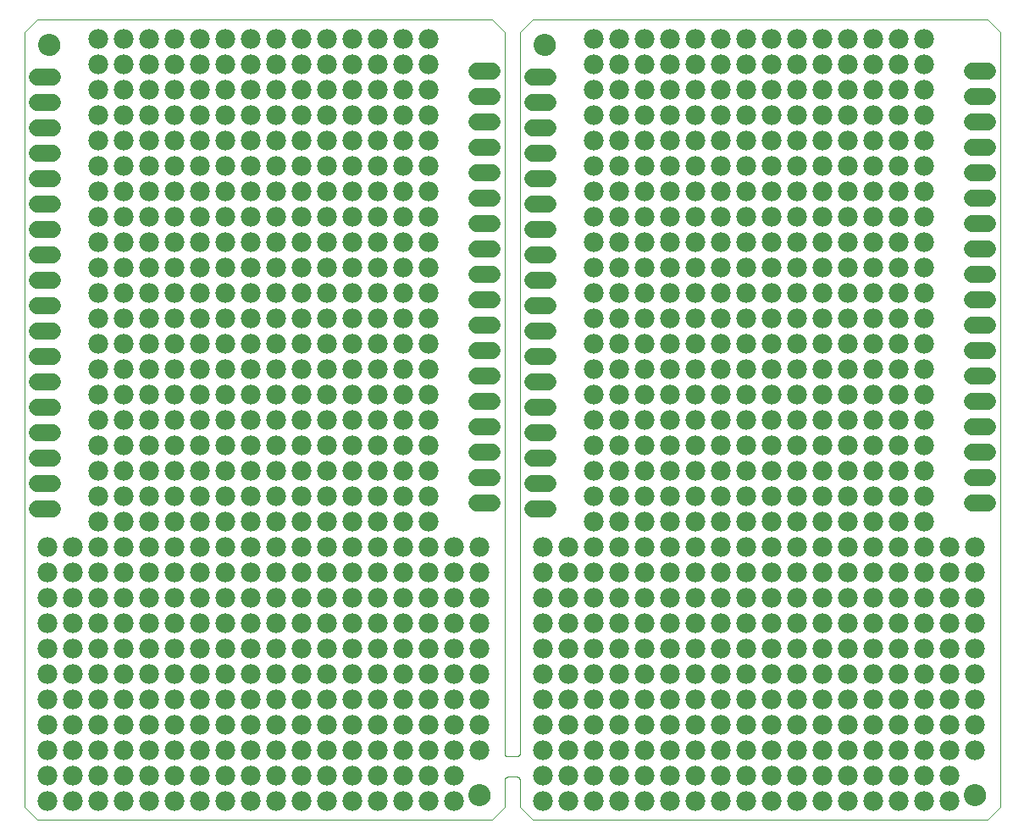
<source format=gbs>
G75*
%MOIN*%
%OFA0B0*%
%FSLAX25Y25*%
%IPPOS*%
%LPD*%
%AMOC8*
5,1,8,0,0,1.08239X$1,22.5*
%
%ADD10C,0.00000*%
%ADD11C,0.08674*%
%ADD12C,0.06800*%
%ADD13C,0.07800*%
D10*
X0001202Y0006000D02*
X0006202Y0001000D01*
X0185202Y0001000D01*
X0190202Y0006000D01*
X0190202Y0016750D01*
X0190204Y0016818D01*
X0190209Y0016885D01*
X0190218Y0016952D01*
X0190231Y0017019D01*
X0190248Y0017084D01*
X0190267Y0017149D01*
X0190291Y0017213D01*
X0190318Y0017275D01*
X0190348Y0017336D01*
X0190381Y0017394D01*
X0190417Y0017451D01*
X0190457Y0017506D01*
X0190499Y0017559D01*
X0190545Y0017610D01*
X0190592Y0017657D01*
X0190643Y0017703D01*
X0190696Y0017745D01*
X0190751Y0017785D01*
X0190808Y0017821D01*
X0190866Y0017854D01*
X0190927Y0017884D01*
X0190989Y0017911D01*
X0191053Y0017935D01*
X0191118Y0017954D01*
X0191183Y0017971D01*
X0191250Y0017984D01*
X0191317Y0017993D01*
X0191384Y0017998D01*
X0191452Y0018000D01*
X0194952Y0018000D01*
X0195020Y0017998D01*
X0195087Y0017993D01*
X0195154Y0017984D01*
X0195221Y0017971D01*
X0195286Y0017954D01*
X0195351Y0017935D01*
X0195415Y0017911D01*
X0195477Y0017884D01*
X0195538Y0017854D01*
X0195596Y0017821D01*
X0195653Y0017785D01*
X0195708Y0017745D01*
X0195761Y0017703D01*
X0195812Y0017657D01*
X0195859Y0017610D01*
X0195905Y0017559D01*
X0195947Y0017506D01*
X0195987Y0017451D01*
X0196023Y0017394D01*
X0196056Y0017336D01*
X0196086Y0017275D01*
X0196113Y0017213D01*
X0196137Y0017149D01*
X0196156Y0017084D01*
X0196173Y0017019D01*
X0196186Y0016952D01*
X0196195Y0016885D01*
X0196200Y0016818D01*
X0196202Y0016750D01*
X0196202Y0006000D01*
X0201202Y0001000D01*
X0380202Y0001000D01*
X0385202Y0006000D01*
X0385202Y0310962D01*
X0380203Y0315962D01*
X0201203Y0315999D01*
X0196202Y0310999D01*
X0196202Y0027250D01*
X0196200Y0027182D01*
X0196195Y0027115D01*
X0196186Y0027048D01*
X0196173Y0026981D01*
X0196156Y0026916D01*
X0196137Y0026851D01*
X0196113Y0026787D01*
X0196086Y0026725D01*
X0196056Y0026664D01*
X0196023Y0026606D01*
X0195987Y0026549D01*
X0195947Y0026494D01*
X0195905Y0026441D01*
X0195859Y0026390D01*
X0195812Y0026343D01*
X0195761Y0026297D01*
X0195708Y0026255D01*
X0195653Y0026215D01*
X0195596Y0026179D01*
X0195538Y0026146D01*
X0195477Y0026116D01*
X0195415Y0026089D01*
X0195351Y0026065D01*
X0195286Y0026046D01*
X0195221Y0026029D01*
X0195154Y0026016D01*
X0195087Y0026007D01*
X0195020Y0026002D01*
X0194952Y0026000D01*
X0191452Y0026000D01*
X0191384Y0026002D01*
X0191317Y0026007D01*
X0191250Y0026016D01*
X0191183Y0026029D01*
X0191118Y0026046D01*
X0191053Y0026065D01*
X0190989Y0026089D01*
X0190927Y0026116D01*
X0190866Y0026146D01*
X0190808Y0026179D01*
X0190751Y0026215D01*
X0190696Y0026255D01*
X0190643Y0026297D01*
X0190592Y0026343D01*
X0190545Y0026390D01*
X0190499Y0026441D01*
X0190457Y0026494D01*
X0190417Y0026549D01*
X0190381Y0026606D01*
X0190348Y0026664D01*
X0190318Y0026725D01*
X0190291Y0026787D01*
X0190267Y0026851D01*
X0190248Y0026916D01*
X0190231Y0026981D01*
X0190218Y0027048D01*
X0190209Y0027115D01*
X0190204Y0027182D01*
X0190202Y0027250D01*
X0190202Y0310962D01*
X0185203Y0315962D01*
X0006203Y0315999D01*
X0001202Y0310999D01*
X0001202Y0006000D01*
X0176423Y0010843D02*
X0176425Y0010968D01*
X0176431Y0011093D01*
X0176441Y0011217D01*
X0176455Y0011341D01*
X0176472Y0011465D01*
X0176494Y0011588D01*
X0176520Y0011710D01*
X0176549Y0011832D01*
X0176582Y0011952D01*
X0176620Y0012071D01*
X0176660Y0012190D01*
X0176705Y0012306D01*
X0176753Y0012421D01*
X0176805Y0012535D01*
X0176861Y0012647D01*
X0176920Y0012757D01*
X0176982Y0012865D01*
X0177048Y0012972D01*
X0177117Y0013076D01*
X0177190Y0013177D01*
X0177265Y0013277D01*
X0177344Y0013374D01*
X0177426Y0013468D01*
X0177511Y0013560D01*
X0177598Y0013649D01*
X0177689Y0013735D01*
X0177782Y0013818D01*
X0177878Y0013899D01*
X0177976Y0013976D01*
X0178076Y0014050D01*
X0178179Y0014121D01*
X0178284Y0014188D01*
X0178392Y0014253D01*
X0178501Y0014313D01*
X0178612Y0014371D01*
X0178725Y0014424D01*
X0178839Y0014474D01*
X0178955Y0014521D01*
X0179072Y0014563D01*
X0179191Y0014602D01*
X0179311Y0014638D01*
X0179432Y0014669D01*
X0179554Y0014697D01*
X0179676Y0014720D01*
X0179800Y0014740D01*
X0179924Y0014756D01*
X0180048Y0014768D01*
X0180173Y0014776D01*
X0180298Y0014780D01*
X0180422Y0014780D01*
X0180547Y0014776D01*
X0180672Y0014768D01*
X0180796Y0014756D01*
X0180920Y0014740D01*
X0181044Y0014720D01*
X0181166Y0014697D01*
X0181288Y0014669D01*
X0181409Y0014638D01*
X0181529Y0014602D01*
X0181648Y0014563D01*
X0181765Y0014521D01*
X0181881Y0014474D01*
X0181995Y0014424D01*
X0182108Y0014371D01*
X0182219Y0014313D01*
X0182329Y0014253D01*
X0182436Y0014188D01*
X0182541Y0014121D01*
X0182644Y0014050D01*
X0182744Y0013976D01*
X0182842Y0013899D01*
X0182938Y0013818D01*
X0183031Y0013735D01*
X0183122Y0013649D01*
X0183209Y0013560D01*
X0183294Y0013468D01*
X0183376Y0013374D01*
X0183455Y0013277D01*
X0183530Y0013177D01*
X0183603Y0013076D01*
X0183672Y0012972D01*
X0183738Y0012865D01*
X0183800Y0012757D01*
X0183859Y0012647D01*
X0183915Y0012535D01*
X0183967Y0012421D01*
X0184015Y0012306D01*
X0184060Y0012190D01*
X0184100Y0012071D01*
X0184138Y0011952D01*
X0184171Y0011832D01*
X0184200Y0011710D01*
X0184226Y0011588D01*
X0184248Y0011465D01*
X0184265Y0011341D01*
X0184279Y0011217D01*
X0184289Y0011093D01*
X0184295Y0010968D01*
X0184297Y0010843D01*
X0184295Y0010718D01*
X0184289Y0010593D01*
X0184279Y0010469D01*
X0184265Y0010345D01*
X0184248Y0010221D01*
X0184226Y0010098D01*
X0184200Y0009976D01*
X0184171Y0009854D01*
X0184138Y0009734D01*
X0184100Y0009615D01*
X0184060Y0009496D01*
X0184015Y0009380D01*
X0183967Y0009265D01*
X0183915Y0009151D01*
X0183859Y0009039D01*
X0183800Y0008929D01*
X0183738Y0008821D01*
X0183672Y0008714D01*
X0183603Y0008610D01*
X0183530Y0008509D01*
X0183455Y0008409D01*
X0183376Y0008312D01*
X0183294Y0008218D01*
X0183209Y0008126D01*
X0183122Y0008037D01*
X0183031Y0007951D01*
X0182938Y0007868D01*
X0182842Y0007787D01*
X0182744Y0007710D01*
X0182644Y0007636D01*
X0182541Y0007565D01*
X0182436Y0007498D01*
X0182328Y0007433D01*
X0182219Y0007373D01*
X0182108Y0007315D01*
X0181995Y0007262D01*
X0181881Y0007212D01*
X0181765Y0007165D01*
X0181648Y0007123D01*
X0181529Y0007084D01*
X0181409Y0007048D01*
X0181288Y0007017D01*
X0181166Y0006989D01*
X0181044Y0006966D01*
X0180920Y0006946D01*
X0180796Y0006930D01*
X0180672Y0006918D01*
X0180547Y0006910D01*
X0180422Y0006906D01*
X0180298Y0006906D01*
X0180173Y0006910D01*
X0180048Y0006918D01*
X0179924Y0006930D01*
X0179800Y0006946D01*
X0179676Y0006966D01*
X0179554Y0006989D01*
X0179432Y0007017D01*
X0179311Y0007048D01*
X0179191Y0007084D01*
X0179072Y0007123D01*
X0178955Y0007165D01*
X0178839Y0007212D01*
X0178725Y0007262D01*
X0178612Y0007315D01*
X0178501Y0007373D01*
X0178391Y0007433D01*
X0178284Y0007498D01*
X0178179Y0007565D01*
X0178076Y0007636D01*
X0177976Y0007710D01*
X0177878Y0007787D01*
X0177782Y0007868D01*
X0177689Y0007951D01*
X0177598Y0008037D01*
X0177511Y0008126D01*
X0177426Y0008218D01*
X0177344Y0008312D01*
X0177265Y0008409D01*
X0177190Y0008509D01*
X0177117Y0008610D01*
X0177048Y0008714D01*
X0176982Y0008821D01*
X0176920Y0008929D01*
X0176861Y0009039D01*
X0176805Y0009151D01*
X0176753Y0009265D01*
X0176705Y0009380D01*
X0176660Y0009496D01*
X0176620Y0009615D01*
X0176582Y0009734D01*
X0176549Y0009854D01*
X0176520Y0009976D01*
X0176494Y0010098D01*
X0176472Y0010221D01*
X0176455Y0010345D01*
X0176441Y0010469D01*
X0176431Y0010593D01*
X0176425Y0010718D01*
X0176423Y0010843D01*
X0371423Y0010843D02*
X0371425Y0010968D01*
X0371431Y0011093D01*
X0371441Y0011217D01*
X0371455Y0011341D01*
X0371472Y0011465D01*
X0371494Y0011588D01*
X0371520Y0011710D01*
X0371549Y0011832D01*
X0371582Y0011952D01*
X0371620Y0012071D01*
X0371660Y0012190D01*
X0371705Y0012306D01*
X0371753Y0012421D01*
X0371805Y0012535D01*
X0371861Y0012647D01*
X0371920Y0012757D01*
X0371982Y0012865D01*
X0372048Y0012972D01*
X0372117Y0013076D01*
X0372190Y0013177D01*
X0372265Y0013277D01*
X0372344Y0013374D01*
X0372426Y0013468D01*
X0372511Y0013560D01*
X0372598Y0013649D01*
X0372689Y0013735D01*
X0372782Y0013818D01*
X0372878Y0013899D01*
X0372976Y0013976D01*
X0373076Y0014050D01*
X0373179Y0014121D01*
X0373284Y0014188D01*
X0373392Y0014253D01*
X0373501Y0014313D01*
X0373612Y0014371D01*
X0373725Y0014424D01*
X0373839Y0014474D01*
X0373955Y0014521D01*
X0374072Y0014563D01*
X0374191Y0014602D01*
X0374311Y0014638D01*
X0374432Y0014669D01*
X0374554Y0014697D01*
X0374676Y0014720D01*
X0374800Y0014740D01*
X0374924Y0014756D01*
X0375048Y0014768D01*
X0375173Y0014776D01*
X0375298Y0014780D01*
X0375422Y0014780D01*
X0375547Y0014776D01*
X0375672Y0014768D01*
X0375796Y0014756D01*
X0375920Y0014740D01*
X0376044Y0014720D01*
X0376166Y0014697D01*
X0376288Y0014669D01*
X0376409Y0014638D01*
X0376529Y0014602D01*
X0376648Y0014563D01*
X0376765Y0014521D01*
X0376881Y0014474D01*
X0376995Y0014424D01*
X0377108Y0014371D01*
X0377219Y0014313D01*
X0377329Y0014253D01*
X0377436Y0014188D01*
X0377541Y0014121D01*
X0377644Y0014050D01*
X0377744Y0013976D01*
X0377842Y0013899D01*
X0377938Y0013818D01*
X0378031Y0013735D01*
X0378122Y0013649D01*
X0378209Y0013560D01*
X0378294Y0013468D01*
X0378376Y0013374D01*
X0378455Y0013277D01*
X0378530Y0013177D01*
X0378603Y0013076D01*
X0378672Y0012972D01*
X0378738Y0012865D01*
X0378800Y0012757D01*
X0378859Y0012647D01*
X0378915Y0012535D01*
X0378967Y0012421D01*
X0379015Y0012306D01*
X0379060Y0012190D01*
X0379100Y0012071D01*
X0379138Y0011952D01*
X0379171Y0011832D01*
X0379200Y0011710D01*
X0379226Y0011588D01*
X0379248Y0011465D01*
X0379265Y0011341D01*
X0379279Y0011217D01*
X0379289Y0011093D01*
X0379295Y0010968D01*
X0379297Y0010843D01*
X0379295Y0010718D01*
X0379289Y0010593D01*
X0379279Y0010469D01*
X0379265Y0010345D01*
X0379248Y0010221D01*
X0379226Y0010098D01*
X0379200Y0009976D01*
X0379171Y0009854D01*
X0379138Y0009734D01*
X0379100Y0009615D01*
X0379060Y0009496D01*
X0379015Y0009380D01*
X0378967Y0009265D01*
X0378915Y0009151D01*
X0378859Y0009039D01*
X0378800Y0008929D01*
X0378738Y0008821D01*
X0378672Y0008714D01*
X0378603Y0008610D01*
X0378530Y0008509D01*
X0378455Y0008409D01*
X0378376Y0008312D01*
X0378294Y0008218D01*
X0378209Y0008126D01*
X0378122Y0008037D01*
X0378031Y0007951D01*
X0377938Y0007868D01*
X0377842Y0007787D01*
X0377744Y0007710D01*
X0377644Y0007636D01*
X0377541Y0007565D01*
X0377436Y0007498D01*
X0377328Y0007433D01*
X0377219Y0007373D01*
X0377108Y0007315D01*
X0376995Y0007262D01*
X0376881Y0007212D01*
X0376765Y0007165D01*
X0376648Y0007123D01*
X0376529Y0007084D01*
X0376409Y0007048D01*
X0376288Y0007017D01*
X0376166Y0006989D01*
X0376044Y0006966D01*
X0375920Y0006946D01*
X0375796Y0006930D01*
X0375672Y0006918D01*
X0375547Y0006910D01*
X0375422Y0006906D01*
X0375298Y0006906D01*
X0375173Y0006910D01*
X0375048Y0006918D01*
X0374924Y0006930D01*
X0374800Y0006946D01*
X0374676Y0006966D01*
X0374554Y0006989D01*
X0374432Y0007017D01*
X0374311Y0007048D01*
X0374191Y0007084D01*
X0374072Y0007123D01*
X0373955Y0007165D01*
X0373839Y0007212D01*
X0373725Y0007262D01*
X0373612Y0007315D01*
X0373501Y0007373D01*
X0373391Y0007433D01*
X0373284Y0007498D01*
X0373179Y0007565D01*
X0373076Y0007636D01*
X0372976Y0007710D01*
X0372878Y0007787D01*
X0372782Y0007868D01*
X0372689Y0007951D01*
X0372598Y0008037D01*
X0372511Y0008126D01*
X0372426Y0008218D01*
X0372344Y0008312D01*
X0372265Y0008409D01*
X0372190Y0008509D01*
X0372117Y0008610D01*
X0372048Y0008714D01*
X0371982Y0008821D01*
X0371920Y0008929D01*
X0371861Y0009039D01*
X0371805Y0009151D01*
X0371753Y0009265D01*
X0371705Y0009380D01*
X0371660Y0009496D01*
X0371620Y0009615D01*
X0371582Y0009734D01*
X0371549Y0009854D01*
X0371520Y0009976D01*
X0371494Y0010098D01*
X0371472Y0010221D01*
X0371455Y0010345D01*
X0371441Y0010469D01*
X0371431Y0010593D01*
X0371425Y0010718D01*
X0371423Y0010843D01*
X0202132Y0306118D02*
X0202134Y0306243D01*
X0202140Y0306368D01*
X0202150Y0306492D01*
X0202164Y0306616D01*
X0202181Y0306740D01*
X0202203Y0306863D01*
X0202229Y0306985D01*
X0202258Y0307107D01*
X0202291Y0307227D01*
X0202329Y0307346D01*
X0202369Y0307465D01*
X0202414Y0307581D01*
X0202462Y0307696D01*
X0202514Y0307810D01*
X0202570Y0307922D01*
X0202629Y0308032D01*
X0202691Y0308140D01*
X0202757Y0308247D01*
X0202826Y0308351D01*
X0202899Y0308452D01*
X0202974Y0308552D01*
X0203053Y0308649D01*
X0203135Y0308743D01*
X0203220Y0308835D01*
X0203307Y0308924D01*
X0203398Y0309010D01*
X0203491Y0309093D01*
X0203587Y0309174D01*
X0203685Y0309251D01*
X0203785Y0309325D01*
X0203888Y0309396D01*
X0203993Y0309463D01*
X0204101Y0309528D01*
X0204210Y0309588D01*
X0204321Y0309646D01*
X0204434Y0309699D01*
X0204548Y0309749D01*
X0204664Y0309796D01*
X0204781Y0309838D01*
X0204900Y0309877D01*
X0205020Y0309913D01*
X0205141Y0309944D01*
X0205263Y0309972D01*
X0205385Y0309995D01*
X0205509Y0310015D01*
X0205633Y0310031D01*
X0205757Y0310043D01*
X0205882Y0310051D01*
X0206007Y0310055D01*
X0206131Y0310055D01*
X0206256Y0310051D01*
X0206381Y0310043D01*
X0206505Y0310031D01*
X0206629Y0310015D01*
X0206753Y0309995D01*
X0206875Y0309972D01*
X0206997Y0309944D01*
X0207118Y0309913D01*
X0207238Y0309877D01*
X0207357Y0309838D01*
X0207474Y0309796D01*
X0207590Y0309749D01*
X0207704Y0309699D01*
X0207817Y0309646D01*
X0207928Y0309588D01*
X0208038Y0309528D01*
X0208145Y0309463D01*
X0208250Y0309396D01*
X0208353Y0309325D01*
X0208453Y0309251D01*
X0208551Y0309174D01*
X0208647Y0309093D01*
X0208740Y0309010D01*
X0208831Y0308924D01*
X0208918Y0308835D01*
X0209003Y0308743D01*
X0209085Y0308649D01*
X0209164Y0308552D01*
X0209239Y0308452D01*
X0209312Y0308351D01*
X0209381Y0308247D01*
X0209447Y0308140D01*
X0209509Y0308032D01*
X0209568Y0307922D01*
X0209624Y0307810D01*
X0209676Y0307696D01*
X0209724Y0307581D01*
X0209769Y0307465D01*
X0209809Y0307346D01*
X0209847Y0307227D01*
X0209880Y0307107D01*
X0209909Y0306985D01*
X0209935Y0306863D01*
X0209957Y0306740D01*
X0209974Y0306616D01*
X0209988Y0306492D01*
X0209998Y0306368D01*
X0210004Y0306243D01*
X0210006Y0306118D01*
X0210004Y0305993D01*
X0209998Y0305868D01*
X0209988Y0305744D01*
X0209974Y0305620D01*
X0209957Y0305496D01*
X0209935Y0305373D01*
X0209909Y0305251D01*
X0209880Y0305129D01*
X0209847Y0305009D01*
X0209809Y0304890D01*
X0209769Y0304771D01*
X0209724Y0304655D01*
X0209676Y0304540D01*
X0209624Y0304426D01*
X0209568Y0304314D01*
X0209509Y0304204D01*
X0209447Y0304096D01*
X0209381Y0303989D01*
X0209312Y0303885D01*
X0209239Y0303784D01*
X0209164Y0303684D01*
X0209085Y0303587D01*
X0209003Y0303493D01*
X0208918Y0303401D01*
X0208831Y0303312D01*
X0208740Y0303226D01*
X0208647Y0303143D01*
X0208551Y0303062D01*
X0208453Y0302985D01*
X0208353Y0302911D01*
X0208250Y0302840D01*
X0208145Y0302773D01*
X0208037Y0302708D01*
X0207928Y0302648D01*
X0207817Y0302590D01*
X0207704Y0302537D01*
X0207590Y0302487D01*
X0207474Y0302440D01*
X0207357Y0302398D01*
X0207238Y0302359D01*
X0207118Y0302323D01*
X0206997Y0302292D01*
X0206875Y0302264D01*
X0206753Y0302241D01*
X0206629Y0302221D01*
X0206505Y0302205D01*
X0206381Y0302193D01*
X0206256Y0302185D01*
X0206131Y0302181D01*
X0206007Y0302181D01*
X0205882Y0302185D01*
X0205757Y0302193D01*
X0205633Y0302205D01*
X0205509Y0302221D01*
X0205385Y0302241D01*
X0205263Y0302264D01*
X0205141Y0302292D01*
X0205020Y0302323D01*
X0204900Y0302359D01*
X0204781Y0302398D01*
X0204664Y0302440D01*
X0204548Y0302487D01*
X0204434Y0302537D01*
X0204321Y0302590D01*
X0204210Y0302648D01*
X0204100Y0302708D01*
X0203993Y0302773D01*
X0203888Y0302840D01*
X0203785Y0302911D01*
X0203685Y0302985D01*
X0203587Y0303062D01*
X0203491Y0303143D01*
X0203398Y0303226D01*
X0203307Y0303312D01*
X0203220Y0303401D01*
X0203135Y0303493D01*
X0203053Y0303587D01*
X0202974Y0303684D01*
X0202899Y0303784D01*
X0202826Y0303885D01*
X0202757Y0303989D01*
X0202691Y0304096D01*
X0202629Y0304204D01*
X0202570Y0304314D01*
X0202514Y0304426D01*
X0202462Y0304540D01*
X0202414Y0304655D01*
X0202369Y0304771D01*
X0202329Y0304890D01*
X0202291Y0305009D01*
X0202258Y0305129D01*
X0202229Y0305251D01*
X0202203Y0305373D01*
X0202181Y0305496D01*
X0202164Y0305620D01*
X0202150Y0305744D01*
X0202140Y0305868D01*
X0202134Y0305993D01*
X0202132Y0306118D01*
X0007132Y0306118D02*
X0007134Y0306243D01*
X0007140Y0306368D01*
X0007150Y0306492D01*
X0007164Y0306616D01*
X0007181Y0306740D01*
X0007203Y0306863D01*
X0007229Y0306985D01*
X0007258Y0307107D01*
X0007291Y0307227D01*
X0007329Y0307346D01*
X0007369Y0307465D01*
X0007414Y0307581D01*
X0007462Y0307696D01*
X0007514Y0307810D01*
X0007570Y0307922D01*
X0007629Y0308032D01*
X0007691Y0308140D01*
X0007757Y0308247D01*
X0007826Y0308351D01*
X0007899Y0308452D01*
X0007974Y0308552D01*
X0008053Y0308649D01*
X0008135Y0308743D01*
X0008220Y0308835D01*
X0008307Y0308924D01*
X0008398Y0309010D01*
X0008491Y0309093D01*
X0008587Y0309174D01*
X0008685Y0309251D01*
X0008785Y0309325D01*
X0008888Y0309396D01*
X0008993Y0309463D01*
X0009101Y0309528D01*
X0009210Y0309588D01*
X0009321Y0309646D01*
X0009434Y0309699D01*
X0009548Y0309749D01*
X0009664Y0309796D01*
X0009781Y0309838D01*
X0009900Y0309877D01*
X0010020Y0309913D01*
X0010141Y0309944D01*
X0010263Y0309972D01*
X0010385Y0309995D01*
X0010509Y0310015D01*
X0010633Y0310031D01*
X0010757Y0310043D01*
X0010882Y0310051D01*
X0011007Y0310055D01*
X0011131Y0310055D01*
X0011256Y0310051D01*
X0011381Y0310043D01*
X0011505Y0310031D01*
X0011629Y0310015D01*
X0011753Y0309995D01*
X0011875Y0309972D01*
X0011997Y0309944D01*
X0012118Y0309913D01*
X0012238Y0309877D01*
X0012357Y0309838D01*
X0012474Y0309796D01*
X0012590Y0309749D01*
X0012704Y0309699D01*
X0012817Y0309646D01*
X0012928Y0309588D01*
X0013038Y0309528D01*
X0013145Y0309463D01*
X0013250Y0309396D01*
X0013353Y0309325D01*
X0013453Y0309251D01*
X0013551Y0309174D01*
X0013647Y0309093D01*
X0013740Y0309010D01*
X0013831Y0308924D01*
X0013918Y0308835D01*
X0014003Y0308743D01*
X0014085Y0308649D01*
X0014164Y0308552D01*
X0014239Y0308452D01*
X0014312Y0308351D01*
X0014381Y0308247D01*
X0014447Y0308140D01*
X0014509Y0308032D01*
X0014568Y0307922D01*
X0014624Y0307810D01*
X0014676Y0307696D01*
X0014724Y0307581D01*
X0014769Y0307465D01*
X0014809Y0307346D01*
X0014847Y0307227D01*
X0014880Y0307107D01*
X0014909Y0306985D01*
X0014935Y0306863D01*
X0014957Y0306740D01*
X0014974Y0306616D01*
X0014988Y0306492D01*
X0014998Y0306368D01*
X0015004Y0306243D01*
X0015006Y0306118D01*
X0015004Y0305993D01*
X0014998Y0305868D01*
X0014988Y0305744D01*
X0014974Y0305620D01*
X0014957Y0305496D01*
X0014935Y0305373D01*
X0014909Y0305251D01*
X0014880Y0305129D01*
X0014847Y0305009D01*
X0014809Y0304890D01*
X0014769Y0304771D01*
X0014724Y0304655D01*
X0014676Y0304540D01*
X0014624Y0304426D01*
X0014568Y0304314D01*
X0014509Y0304204D01*
X0014447Y0304096D01*
X0014381Y0303989D01*
X0014312Y0303885D01*
X0014239Y0303784D01*
X0014164Y0303684D01*
X0014085Y0303587D01*
X0014003Y0303493D01*
X0013918Y0303401D01*
X0013831Y0303312D01*
X0013740Y0303226D01*
X0013647Y0303143D01*
X0013551Y0303062D01*
X0013453Y0302985D01*
X0013353Y0302911D01*
X0013250Y0302840D01*
X0013145Y0302773D01*
X0013037Y0302708D01*
X0012928Y0302648D01*
X0012817Y0302590D01*
X0012704Y0302537D01*
X0012590Y0302487D01*
X0012474Y0302440D01*
X0012357Y0302398D01*
X0012238Y0302359D01*
X0012118Y0302323D01*
X0011997Y0302292D01*
X0011875Y0302264D01*
X0011753Y0302241D01*
X0011629Y0302221D01*
X0011505Y0302205D01*
X0011381Y0302193D01*
X0011256Y0302185D01*
X0011131Y0302181D01*
X0011007Y0302181D01*
X0010882Y0302185D01*
X0010757Y0302193D01*
X0010633Y0302205D01*
X0010509Y0302221D01*
X0010385Y0302241D01*
X0010263Y0302264D01*
X0010141Y0302292D01*
X0010020Y0302323D01*
X0009900Y0302359D01*
X0009781Y0302398D01*
X0009664Y0302440D01*
X0009548Y0302487D01*
X0009434Y0302537D01*
X0009321Y0302590D01*
X0009210Y0302648D01*
X0009100Y0302708D01*
X0008993Y0302773D01*
X0008888Y0302840D01*
X0008785Y0302911D01*
X0008685Y0302985D01*
X0008587Y0303062D01*
X0008491Y0303143D01*
X0008398Y0303226D01*
X0008307Y0303312D01*
X0008220Y0303401D01*
X0008135Y0303493D01*
X0008053Y0303587D01*
X0007974Y0303684D01*
X0007899Y0303784D01*
X0007826Y0303885D01*
X0007757Y0303989D01*
X0007691Y0304096D01*
X0007629Y0304204D01*
X0007570Y0304314D01*
X0007514Y0304426D01*
X0007462Y0304540D01*
X0007414Y0304655D01*
X0007369Y0304771D01*
X0007329Y0304890D01*
X0007291Y0305009D01*
X0007258Y0305129D01*
X0007229Y0305251D01*
X0007203Y0305373D01*
X0007181Y0305496D01*
X0007164Y0305620D01*
X0007150Y0305744D01*
X0007140Y0305868D01*
X0007134Y0305993D01*
X0007132Y0306118D01*
D11*
X0011069Y0306118D03*
X0206069Y0306118D03*
X0180360Y0010843D03*
X0375360Y0010843D03*
D12*
X0374328Y0125862D02*
X0380328Y0125862D01*
X0380328Y0135862D02*
X0374328Y0135862D01*
X0374328Y0145862D02*
X0380328Y0145862D01*
X0380328Y0155862D02*
X0374328Y0155862D01*
X0374328Y0165862D02*
X0380328Y0165862D01*
X0380328Y0175862D02*
X0374328Y0175862D01*
X0374328Y0185862D02*
X0380328Y0185862D01*
X0380328Y0195862D02*
X0374328Y0195862D01*
X0374328Y0205862D02*
X0380328Y0205862D01*
X0380328Y0215862D02*
X0374328Y0215862D01*
X0374328Y0225862D02*
X0380328Y0225862D01*
X0380328Y0235862D02*
X0374328Y0235862D01*
X0374328Y0245862D02*
X0380328Y0245862D01*
X0380328Y0255862D02*
X0374328Y0255862D01*
X0374328Y0265862D02*
X0380328Y0265862D01*
X0380328Y0275862D02*
X0374328Y0275862D01*
X0374328Y0285862D02*
X0380328Y0285862D01*
X0380328Y0295862D02*
X0374328Y0295862D01*
X0207100Y0293461D02*
X0201100Y0293461D01*
X0201100Y0283461D02*
X0207100Y0283461D01*
X0207100Y0273461D02*
X0201100Y0273461D01*
X0201100Y0263461D02*
X0207100Y0263461D01*
X0207100Y0253461D02*
X0201100Y0253461D01*
X0201100Y0243461D02*
X0207100Y0243461D01*
X0207100Y0233461D02*
X0201100Y0233461D01*
X0201100Y0223461D02*
X0207100Y0223461D01*
X0207100Y0213461D02*
X0201100Y0213461D01*
X0201100Y0203461D02*
X0207100Y0203461D01*
X0207100Y0193461D02*
X0201100Y0193461D01*
X0201100Y0183461D02*
X0207100Y0183461D01*
X0207100Y0173461D02*
X0201100Y0173461D01*
X0201100Y0163461D02*
X0207100Y0163461D01*
X0207100Y0153461D02*
X0201100Y0153461D01*
X0201100Y0143461D02*
X0207100Y0143461D01*
X0207100Y0133461D02*
X0201100Y0133461D01*
X0201100Y0123461D02*
X0207100Y0123461D01*
X0185328Y0125862D02*
X0179328Y0125862D01*
X0179328Y0135862D02*
X0185328Y0135862D01*
X0185328Y0145862D02*
X0179328Y0145862D01*
X0179328Y0155862D02*
X0185328Y0155862D01*
X0185328Y0165862D02*
X0179328Y0165862D01*
X0179328Y0175862D02*
X0185328Y0175862D01*
X0185328Y0185862D02*
X0179328Y0185862D01*
X0179328Y0195862D02*
X0185328Y0195862D01*
X0185328Y0205862D02*
X0179328Y0205862D01*
X0179328Y0215862D02*
X0185328Y0215862D01*
X0185328Y0225862D02*
X0179328Y0225862D01*
X0179328Y0235862D02*
X0185328Y0235862D01*
X0185328Y0245862D02*
X0179328Y0245862D01*
X0179328Y0255862D02*
X0185328Y0255862D01*
X0185328Y0265862D02*
X0179328Y0265862D01*
X0179328Y0275862D02*
X0185328Y0275862D01*
X0185328Y0285862D02*
X0179328Y0285862D01*
X0179328Y0295862D02*
X0185328Y0295862D01*
X0012100Y0293461D02*
X0006100Y0293461D01*
X0006100Y0283461D02*
X0012100Y0283461D01*
X0012100Y0273461D02*
X0006100Y0273461D01*
X0006100Y0263461D02*
X0012100Y0263461D01*
X0012100Y0253461D02*
X0006100Y0253461D01*
X0006100Y0243461D02*
X0012100Y0243461D01*
X0012100Y0233461D02*
X0006100Y0233461D01*
X0006100Y0223461D02*
X0012100Y0223461D01*
X0012100Y0213461D02*
X0006100Y0213461D01*
X0006100Y0203461D02*
X0012100Y0203461D01*
X0012100Y0193461D02*
X0006100Y0193461D01*
X0006100Y0183461D02*
X0012100Y0183461D01*
X0012100Y0173461D02*
X0006100Y0173461D01*
X0006100Y0163461D02*
X0012100Y0163461D01*
X0012100Y0153461D02*
X0006100Y0153461D01*
X0006100Y0143461D02*
X0012100Y0143461D01*
X0012100Y0133461D02*
X0006100Y0133461D01*
X0006100Y0123461D02*
X0012100Y0123461D01*
D13*
X0010202Y0108500D03*
X0010202Y0098500D03*
X0020202Y0098500D03*
X0030202Y0098500D03*
X0030202Y0108500D03*
X0020202Y0108500D03*
X0030202Y0118500D03*
X0030202Y0128500D03*
X0030202Y0138500D03*
X0030202Y0148500D03*
X0040202Y0148500D03*
X0050202Y0148500D03*
X0050202Y0138500D03*
X0040202Y0138500D03*
X0040202Y0128500D03*
X0050202Y0128500D03*
X0050202Y0118500D03*
X0040202Y0118500D03*
X0040202Y0108500D03*
X0050202Y0108500D03*
X0050202Y0098500D03*
X0040202Y0098500D03*
X0040202Y0088500D03*
X0050202Y0088500D03*
X0050202Y0078500D03*
X0040202Y0078500D03*
X0030202Y0078500D03*
X0020202Y0078500D03*
X0010202Y0078500D03*
X0010202Y0068500D03*
X0010202Y0058500D03*
X0010202Y0048500D03*
X0010202Y0038500D03*
X0020202Y0038500D03*
X0030202Y0038500D03*
X0030202Y0048500D03*
X0020202Y0048500D03*
X0020202Y0058500D03*
X0030202Y0058500D03*
X0030202Y0068500D03*
X0020202Y0068500D03*
X0040202Y0068500D03*
X0050202Y0068500D03*
X0050202Y0058500D03*
X0040202Y0058500D03*
X0040202Y0048500D03*
X0050202Y0048500D03*
X0050202Y0038500D03*
X0040202Y0038500D03*
X0040202Y0028500D03*
X0050202Y0028500D03*
X0050202Y0018500D03*
X0040202Y0018500D03*
X0030202Y0018500D03*
X0020202Y0018500D03*
X0010202Y0018500D03*
X0010202Y0008500D03*
X0020202Y0008500D03*
X0030202Y0008500D03*
X0040202Y0008500D03*
X0050202Y0008500D03*
X0060202Y0008500D03*
X0060202Y0018500D03*
X0060202Y0028500D03*
X0070202Y0028500D03*
X0080202Y0028500D03*
X0080202Y0018500D03*
X0070202Y0018500D03*
X0070202Y0008500D03*
X0080202Y0008500D03*
X0090202Y0008500D03*
X0100202Y0008500D03*
X0100202Y0018500D03*
X0090202Y0018500D03*
X0090202Y0028500D03*
X0100202Y0028500D03*
X0110202Y0028500D03*
X0110202Y0018500D03*
X0110202Y0008500D03*
X0120202Y0008500D03*
X0130202Y0008500D03*
X0130202Y0018500D03*
X0120202Y0018500D03*
X0120202Y0028500D03*
X0130202Y0028500D03*
X0140202Y0028500D03*
X0150202Y0028500D03*
X0150202Y0018500D03*
X0140202Y0018500D03*
X0140202Y0008500D03*
X0150202Y0008500D03*
X0160202Y0008500D03*
X0160202Y0018500D03*
X0160202Y0028500D03*
X0170202Y0028500D03*
X0180202Y0028500D03*
X0170202Y0018500D03*
X0170202Y0008500D03*
X0205202Y0008500D03*
X0215202Y0008500D03*
X0215202Y0018500D03*
X0205202Y0018500D03*
X0205202Y0028500D03*
X0215202Y0028500D03*
X0225202Y0028500D03*
X0235202Y0028500D03*
X0235202Y0018500D03*
X0225202Y0018500D03*
X0225202Y0008500D03*
X0235202Y0008500D03*
X0245202Y0008500D03*
X0245202Y0018500D03*
X0245202Y0028500D03*
X0255202Y0028500D03*
X0265202Y0028500D03*
X0265202Y0018500D03*
X0255202Y0018500D03*
X0255202Y0008500D03*
X0265202Y0008500D03*
X0275202Y0008500D03*
X0285202Y0008500D03*
X0285202Y0018500D03*
X0275202Y0018500D03*
X0275202Y0028500D03*
X0285202Y0028500D03*
X0295202Y0028500D03*
X0305202Y0028500D03*
X0305202Y0018500D03*
X0295202Y0018500D03*
X0295202Y0008500D03*
X0305202Y0008500D03*
X0315202Y0008500D03*
X0315202Y0018500D03*
X0315202Y0028500D03*
X0325202Y0028500D03*
X0335202Y0028500D03*
X0335202Y0018500D03*
X0325202Y0018500D03*
X0325202Y0008500D03*
X0335202Y0008500D03*
X0345202Y0008500D03*
X0355202Y0008500D03*
X0355202Y0018500D03*
X0345202Y0018500D03*
X0345202Y0028500D03*
X0355202Y0028500D03*
X0365202Y0028500D03*
X0365202Y0018500D03*
X0365202Y0008500D03*
X0375202Y0028500D03*
X0375202Y0038500D03*
X0365202Y0038500D03*
X0355202Y0038500D03*
X0345202Y0038500D03*
X0335202Y0038500D03*
X0325202Y0038500D03*
X0315202Y0038500D03*
X0305202Y0038500D03*
X0295202Y0038500D03*
X0285202Y0038500D03*
X0275202Y0038500D03*
X0265202Y0038500D03*
X0255202Y0038500D03*
X0245202Y0038500D03*
X0235202Y0038500D03*
X0225202Y0038500D03*
X0215202Y0038500D03*
X0205202Y0038500D03*
X0205202Y0048500D03*
X0215202Y0048500D03*
X0215202Y0058500D03*
X0205202Y0058500D03*
X0205202Y0068500D03*
X0215202Y0068500D03*
X0215202Y0078500D03*
X0205202Y0078500D03*
X0205202Y0088500D03*
X0215202Y0088500D03*
X0225202Y0088500D03*
X0235202Y0088500D03*
X0235202Y0078500D03*
X0225202Y0078500D03*
X0225202Y0068500D03*
X0235202Y0068500D03*
X0235202Y0058500D03*
X0225202Y0058500D03*
X0225202Y0048500D03*
X0235202Y0048500D03*
X0245202Y0048500D03*
X0245202Y0058500D03*
X0245202Y0068500D03*
X0245202Y0078500D03*
X0245202Y0088500D03*
X0255202Y0088500D03*
X0265202Y0088500D03*
X0265202Y0078500D03*
X0255202Y0078500D03*
X0255202Y0068500D03*
X0265202Y0068500D03*
X0265202Y0058500D03*
X0255202Y0058500D03*
X0255202Y0048500D03*
X0265202Y0048500D03*
X0275202Y0048500D03*
X0285202Y0048500D03*
X0285202Y0058500D03*
X0275202Y0058500D03*
X0275202Y0068500D03*
X0285202Y0068500D03*
X0285202Y0078500D03*
X0275202Y0078500D03*
X0275202Y0088500D03*
X0285202Y0088500D03*
X0295202Y0088500D03*
X0305202Y0088500D03*
X0305202Y0078500D03*
X0295202Y0078500D03*
X0295202Y0068500D03*
X0305202Y0068500D03*
X0305202Y0058500D03*
X0295202Y0058500D03*
X0295202Y0048500D03*
X0305202Y0048500D03*
X0315202Y0048500D03*
X0315202Y0058500D03*
X0315202Y0068500D03*
X0315202Y0078500D03*
X0315202Y0088500D03*
X0325202Y0088500D03*
X0335202Y0088500D03*
X0335202Y0078500D03*
X0325202Y0078500D03*
X0325202Y0068500D03*
X0335202Y0068500D03*
X0335202Y0058500D03*
X0325202Y0058500D03*
X0325202Y0048500D03*
X0335202Y0048500D03*
X0345202Y0048500D03*
X0355202Y0048500D03*
X0355202Y0058500D03*
X0345202Y0058500D03*
X0345202Y0068500D03*
X0355202Y0068500D03*
X0355202Y0078500D03*
X0345202Y0078500D03*
X0345202Y0088500D03*
X0355202Y0088500D03*
X0365202Y0088500D03*
X0365202Y0078500D03*
X0365202Y0068500D03*
X0365202Y0058500D03*
X0365202Y0048500D03*
X0375202Y0048500D03*
X0375202Y0058500D03*
X0375202Y0068500D03*
X0375202Y0078500D03*
X0375202Y0088500D03*
X0375202Y0098500D03*
X0365202Y0098500D03*
X0355202Y0098500D03*
X0345202Y0098500D03*
X0335202Y0098500D03*
X0325202Y0098500D03*
X0315202Y0098500D03*
X0305202Y0098500D03*
X0295202Y0098500D03*
X0285202Y0098500D03*
X0275202Y0098500D03*
X0265202Y0098500D03*
X0255202Y0098500D03*
X0245202Y0098500D03*
X0235202Y0098500D03*
X0225202Y0098500D03*
X0215202Y0098500D03*
X0205202Y0098500D03*
X0205202Y0108500D03*
X0215202Y0108500D03*
X0225202Y0108500D03*
X0235202Y0108500D03*
X0235202Y0118500D03*
X0225202Y0118500D03*
X0225202Y0128500D03*
X0235202Y0128500D03*
X0235202Y0138500D03*
X0225202Y0138500D03*
X0225202Y0148500D03*
X0235202Y0148500D03*
X0245202Y0148500D03*
X0245202Y0138500D03*
X0245202Y0128500D03*
X0245202Y0118500D03*
X0245202Y0108500D03*
X0255202Y0108500D03*
X0265202Y0108500D03*
X0265202Y0118500D03*
X0255202Y0118500D03*
X0255202Y0128500D03*
X0265202Y0128500D03*
X0265202Y0138500D03*
X0255202Y0138500D03*
X0255202Y0148500D03*
X0265202Y0148500D03*
X0275202Y0148500D03*
X0285202Y0148500D03*
X0285202Y0138500D03*
X0275202Y0138500D03*
X0275202Y0128500D03*
X0285202Y0128500D03*
X0285202Y0118500D03*
X0275202Y0118500D03*
X0275202Y0108500D03*
X0285202Y0108500D03*
X0295202Y0108500D03*
X0305202Y0108500D03*
X0305202Y0118500D03*
X0295202Y0118500D03*
X0295202Y0128500D03*
X0305202Y0128500D03*
X0305202Y0138500D03*
X0295202Y0138500D03*
X0295202Y0148500D03*
X0305202Y0148500D03*
X0315202Y0148500D03*
X0315202Y0138500D03*
X0315202Y0128500D03*
X0315202Y0118500D03*
X0315202Y0108500D03*
X0325202Y0108500D03*
X0335202Y0108500D03*
X0335202Y0118500D03*
X0325202Y0118500D03*
X0325202Y0128500D03*
X0335202Y0128500D03*
X0335202Y0138500D03*
X0325202Y0138500D03*
X0325202Y0148500D03*
X0335202Y0148500D03*
X0345202Y0148500D03*
X0355202Y0148500D03*
X0355202Y0138500D03*
X0345202Y0138500D03*
X0345202Y0128500D03*
X0355202Y0128500D03*
X0355202Y0118500D03*
X0345202Y0118500D03*
X0345202Y0108500D03*
X0355202Y0108500D03*
X0365202Y0108500D03*
X0375202Y0108500D03*
X0355202Y0158500D03*
X0345202Y0158500D03*
X0335202Y0158500D03*
X0325202Y0158500D03*
X0315202Y0158500D03*
X0305202Y0158500D03*
X0295202Y0158500D03*
X0285202Y0158500D03*
X0275202Y0158500D03*
X0265202Y0158500D03*
X0255202Y0158500D03*
X0245202Y0158500D03*
X0235202Y0158500D03*
X0225202Y0158500D03*
X0225202Y0168500D03*
X0235202Y0168500D03*
X0235202Y0178500D03*
X0225202Y0178500D03*
X0225202Y0188500D03*
X0235202Y0188500D03*
X0235202Y0198500D03*
X0225202Y0198500D03*
X0225202Y0208500D03*
X0235202Y0208500D03*
X0235202Y0218500D03*
X0225202Y0218500D03*
X0225202Y0228500D03*
X0235202Y0228500D03*
X0235202Y0238500D03*
X0225202Y0238500D03*
X0225202Y0248500D03*
X0235202Y0248500D03*
X0235202Y0258500D03*
X0225202Y0258500D03*
X0225202Y0268500D03*
X0235202Y0268500D03*
X0235202Y0278500D03*
X0225202Y0278500D03*
X0225202Y0288500D03*
X0235202Y0288500D03*
X0235202Y0298500D03*
X0225202Y0298500D03*
X0225202Y0308500D03*
X0235202Y0308500D03*
X0245202Y0308500D03*
X0245202Y0298500D03*
X0245202Y0288500D03*
X0255202Y0288500D03*
X0265202Y0288500D03*
X0265202Y0298500D03*
X0255202Y0298500D03*
X0255202Y0308500D03*
X0265202Y0308500D03*
X0275202Y0308500D03*
X0285202Y0308500D03*
X0285202Y0298500D03*
X0275202Y0298500D03*
X0275202Y0288500D03*
X0285202Y0288500D03*
X0295202Y0288500D03*
X0305202Y0288500D03*
X0305202Y0298500D03*
X0295202Y0298500D03*
X0295202Y0308500D03*
X0305202Y0308500D03*
X0315202Y0308500D03*
X0315202Y0298500D03*
X0315202Y0288500D03*
X0325202Y0288500D03*
X0335202Y0288500D03*
X0335202Y0298500D03*
X0325202Y0298500D03*
X0325202Y0308500D03*
X0335202Y0308500D03*
X0345202Y0308500D03*
X0355202Y0308500D03*
X0355202Y0298500D03*
X0345202Y0298500D03*
X0345202Y0288500D03*
X0355202Y0288500D03*
X0355202Y0278500D03*
X0345202Y0278500D03*
X0335202Y0278500D03*
X0325202Y0278500D03*
X0315202Y0278500D03*
X0305202Y0278500D03*
X0295202Y0278500D03*
X0285202Y0278500D03*
X0275202Y0278500D03*
X0265202Y0278500D03*
X0255202Y0278500D03*
X0245202Y0278500D03*
X0245202Y0268500D03*
X0245202Y0258500D03*
X0245202Y0248500D03*
X0245202Y0238500D03*
X0245202Y0228500D03*
X0255202Y0228500D03*
X0265202Y0228500D03*
X0265202Y0238500D03*
X0255202Y0238500D03*
X0255202Y0248500D03*
X0265202Y0248500D03*
X0265202Y0258500D03*
X0255202Y0258500D03*
X0255202Y0268500D03*
X0265202Y0268500D03*
X0275202Y0268500D03*
X0285202Y0268500D03*
X0285202Y0258500D03*
X0275202Y0258500D03*
X0275202Y0248500D03*
X0285202Y0248500D03*
X0285202Y0238500D03*
X0275202Y0238500D03*
X0275202Y0228500D03*
X0285202Y0228500D03*
X0295202Y0228500D03*
X0305202Y0228500D03*
X0305202Y0238500D03*
X0295202Y0238500D03*
X0295202Y0248500D03*
X0305202Y0248500D03*
X0305202Y0258500D03*
X0295202Y0258500D03*
X0295202Y0268500D03*
X0305202Y0268500D03*
X0315202Y0268500D03*
X0315202Y0258500D03*
X0315202Y0248500D03*
X0315202Y0238500D03*
X0315202Y0228500D03*
X0325202Y0228500D03*
X0335202Y0228500D03*
X0335202Y0238500D03*
X0325202Y0238500D03*
X0325202Y0248500D03*
X0335202Y0248500D03*
X0335202Y0258500D03*
X0325202Y0258500D03*
X0325202Y0268500D03*
X0335202Y0268500D03*
X0345202Y0268500D03*
X0355202Y0268500D03*
X0355202Y0258500D03*
X0345202Y0258500D03*
X0345202Y0248500D03*
X0355202Y0248500D03*
X0355202Y0238500D03*
X0345202Y0238500D03*
X0345202Y0228500D03*
X0355202Y0228500D03*
X0355202Y0218500D03*
X0345202Y0218500D03*
X0335202Y0218500D03*
X0325202Y0218500D03*
X0315202Y0218500D03*
X0305202Y0218500D03*
X0295202Y0218500D03*
X0285202Y0218500D03*
X0275202Y0218500D03*
X0265202Y0218500D03*
X0255202Y0218500D03*
X0245202Y0218500D03*
X0245202Y0208500D03*
X0245202Y0198500D03*
X0245202Y0188500D03*
X0245202Y0178500D03*
X0245202Y0168500D03*
X0255202Y0168500D03*
X0265202Y0168500D03*
X0265202Y0178500D03*
X0255202Y0178500D03*
X0255202Y0188500D03*
X0265202Y0188500D03*
X0265202Y0198500D03*
X0255202Y0198500D03*
X0255202Y0208500D03*
X0265202Y0208500D03*
X0275202Y0208500D03*
X0285202Y0208500D03*
X0285202Y0198500D03*
X0275202Y0198500D03*
X0275202Y0188500D03*
X0285202Y0188500D03*
X0285202Y0178500D03*
X0275202Y0178500D03*
X0275202Y0168500D03*
X0285202Y0168500D03*
X0295202Y0168500D03*
X0305202Y0168500D03*
X0305202Y0178500D03*
X0295202Y0178500D03*
X0295202Y0188500D03*
X0305202Y0188500D03*
X0305202Y0198500D03*
X0295202Y0198500D03*
X0295202Y0208500D03*
X0305202Y0208500D03*
X0315202Y0208500D03*
X0315202Y0198500D03*
X0315202Y0188500D03*
X0315202Y0178500D03*
X0315202Y0168500D03*
X0325202Y0168500D03*
X0335202Y0168500D03*
X0335202Y0178500D03*
X0325202Y0178500D03*
X0325202Y0188500D03*
X0335202Y0188500D03*
X0335202Y0198500D03*
X0325202Y0198500D03*
X0325202Y0208500D03*
X0335202Y0208500D03*
X0345202Y0208500D03*
X0355202Y0208500D03*
X0355202Y0198500D03*
X0345202Y0198500D03*
X0345202Y0188500D03*
X0355202Y0188500D03*
X0355202Y0178500D03*
X0345202Y0178500D03*
X0345202Y0168500D03*
X0355202Y0168500D03*
X0180202Y0108500D03*
X0170202Y0108500D03*
X0160202Y0108500D03*
X0150202Y0108500D03*
X0140202Y0108500D03*
X0130202Y0108500D03*
X0120202Y0108500D03*
X0110202Y0108500D03*
X0100202Y0108500D03*
X0090202Y0108500D03*
X0080202Y0108500D03*
X0070202Y0108500D03*
X0060202Y0108500D03*
X0060202Y0098500D03*
X0070202Y0098500D03*
X0080202Y0098500D03*
X0090202Y0098500D03*
X0100202Y0098500D03*
X0110202Y0098500D03*
X0120202Y0098500D03*
X0130202Y0098500D03*
X0140202Y0098500D03*
X0150202Y0098500D03*
X0160202Y0098500D03*
X0170202Y0098500D03*
X0180202Y0098500D03*
X0180202Y0088500D03*
X0170202Y0088500D03*
X0160202Y0088500D03*
X0150202Y0088500D03*
X0140202Y0088500D03*
X0130202Y0088500D03*
X0120202Y0088500D03*
X0110202Y0088500D03*
X0100202Y0088500D03*
X0090202Y0088500D03*
X0080202Y0088500D03*
X0070202Y0088500D03*
X0060202Y0088500D03*
X0060202Y0078500D03*
X0060202Y0068500D03*
X0060202Y0058500D03*
X0060202Y0048500D03*
X0060202Y0038500D03*
X0070202Y0038500D03*
X0080202Y0038500D03*
X0080202Y0048500D03*
X0070202Y0048500D03*
X0070202Y0058500D03*
X0080202Y0058500D03*
X0080202Y0068500D03*
X0070202Y0068500D03*
X0070202Y0078500D03*
X0080202Y0078500D03*
X0090202Y0078500D03*
X0100202Y0078500D03*
X0100202Y0068500D03*
X0090202Y0068500D03*
X0090202Y0058500D03*
X0100202Y0058500D03*
X0100202Y0048500D03*
X0090202Y0048500D03*
X0090202Y0038500D03*
X0100202Y0038500D03*
X0110202Y0038500D03*
X0110202Y0048500D03*
X0110202Y0058500D03*
X0110202Y0068500D03*
X0110202Y0078500D03*
X0120202Y0078500D03*
X0130202Y0078500D03*
X0130202Y0068500D03*
X0120202Y0068500D03*
X0120202Y0058500D03*
X0130202Y0058500D03*
X0130202Y0048500D03*
X0120202Y0048500D03*
X0120202Y0038500D03*
X0130202Y0038500D03*
X0140202Y0038500D03*
X0150202Y0038500D03*
X0150202Y0048500D03*
X0140202Y0048500D03*
X0140202Y0058500D03*
X0150202Y0058500D03*
X0150202Y0068500D03*
X0140202Y0068500D03*
X0140202Y0078500D03*
X0150202Y0078500D03*
X0160202Y0078500D03*
X0160202Y0068500D03*
X0160202Y0058500D03*
X0160202Y0048500D03*
X0160202Y0038500D03*
X0170202Y0038500D03*
X0180202Y0038500D03*
X0180202Y0048500D03*
X0170202Y0048500D03*
X0170202Y0058500D03*
X0180202Y0058500D03*
X0180202Y0068500D03*
X0170202Y0068500D03*
X0170202Y0078500D03*
X0180202Y0078500D03*
X0160202Y0118500D03*
X0150202Y0118500D03*
X0140202Y0118500D03*
X0130202Y0118500D03*
X0120202Y0118500D03*
X0110202Y0118500D03*
X0100202Y0118500D03*
X0090202Y0118500D03*
X0080202Y0118500D03*
X0070202Y0118500D03*
X0060202Y0118500D03*
X0060202Y0128500D03*
X0060202Y0138500D03*
X0060202Y0148500D03*
X0070202Y0148500D03*
X0080202Y0148500D03*
X0080202Y0138500D03*
X0070202Y0138500D03*
X0070202Y0128500D03*
X0080202Y0128500D03*
X0090202Y0128500D03*
X0100202Y0128500D03*
X0100202Y0138500D03*
X0090202Y0138500D03*
X0090202Y0148500D03*
X0100202Y0148500D03*
X0110202Y0148500D03*
X0110202Y0138500D03*
X0110202Y0128500D03*
X0120202Y0128500D03*
X0130202Y0128500D03*
X0130202Y0138500D03*
X0120202Y0138500D03*
X0120202Y0148500D03*
X0130202Y0148500D03*
X0140202Y0148500D03*
X0150202Y0148500D03*
X0150202Y0138500D03*
X0140202Y0138500D03*
X0140202Y0128500D03*
X0150202Y0128500D03*
X0160202Y0128500D03*
X0160202Y0138500D03*
X0160202Y0148500D03*
X0160202Y0158500D03*
X0150202Y0158500D03*
X0140202Y0158500D03*
X0130202Y0158500D03*
X0120202Y0158500D03*
X0110202Y0158500D03*
X0100202Y0158500D03*
X0090202Y0158500D03*
X0080202Y0158500D03*
X0070202Y0158500D03*
X0060202Y0158500D03*
X0050202Y0158500D03*
X0040202Y0158500D03*
X0030202Y0158500D03*
X0030202Y0168500D03*
X0030202Y0178500D03*
X0030202Y0188500D03*
X0030202Y0198500D03*
X0030202Y0208500D03*
X0030202Y0218500D03*
X0040202Y0218500D03*
X0050202Y0218500D03*
X0050202Y0208500D03*
X0040202Y0208500D03*
X0040202Y0198500D03*
X0050202Y0198500D03*
X0050202Y0188500D03*
X0040202Y0188500D03*
X0040202Y0178500D03*
X0050202Y0178500D03*
X0050202Y0168500D03*
X0040202Y0168500D03*
X0060202Y0168500D03*
X0060202Y0178500D03*
X0060202Y0188500D03*
X0060202Y0198500D03*
X0060202Y0208500D03*
X0060202Y0218500D03*
X0070202Y0218500D03*
X0080202Y0218500D03*
X0080202Y0208500D03*
X0070202Y0208500D03*
X0070202Y0198500D03*
X0080202Y0198500D03*
X0080202Y0188500D03*
X0070202Y0188500D03*
X0070202Y0178500D03*
X0080202Y0178500D03*
X0080202Y0168500D03*
X0070202Y0168500D03*
X0090202Y0168500D03*
X0100202Y0168500D03*
X0100202Y0178500D03*
X0090202Y0178500D03*
X0090202Y0188500D03*
X0100202Y0188500D03*
X0100202Y0198500D03*
X0090202Y0198500D03*
X0090202Y0208500D03*
X0100202Y0208500D03*
X0100202Y0218500D03*
X0090202Y0218500D03*
X0090202Y0228500D03*
X0100202Y0228500D03*
X0100202Y0238500D03*
X0090202Y0238500D03*
X0080202Y0238500D03*
X0070202Y0238500D03*
X0060202Y0238500D03*
X0050202Y0238500D03*
X0040202Y0238500D03*
X0030202Y0238500D03*
X0030202Y0228500D03*
X0040202Y0228500D03*
X0050202Y0228500D03*
X0060202Y0228500D03*
X0070202Y0228500D03*
X0080202Y0228500D03*
X0080202Y0248500D03*
X0070202Y0248500D03*
X0060202Y0248500D03*
X0050202Y0248500D03*
X0040202Y0248500D03*
X0030202Y0248500D03*
X0030202Y0258500D03*
X0030202Y0268500D03*
X0030202Y0278500D03*
X0040202Y0278500D03*
X0050202Y0278500D03*
X0050202Y0268500D03*
X0040202Y0268500D03*
X0040202Y0258500D03*
X0050202Y0258500D03*
X0060202Y0258500D03*
X0060202Y0268500D03*
X0060202Y0278500D03*
X0070202Y0278500D03*
X0080202Y0278500D03*
X0080202Y0268500D03*
X0070202Y0268500D03*
X0070202Y0258500D03*
X0080202Y0258500D03*
X0090202Y0258500D03*
X0100202Y0258500D03*
X0100202Y0248500D03*
X0090202Y0248500D03*
X0110202Y0248500D03*
X0110202Y0238500D03*
X0110202Y0228500D03*
X0120202Y0228500D03*
X0130202Y0228500D03*
X0130202Y0238500D03*
X0120202Y0238500D03*
X0120202Y0248500D03*
X0130202Y0248500D03*
X0130202Y0258500D03*
X0120202Y0258500D03*
X0110202Y0258500D03*
X0110202Y0268500D03*
X0100202Y0268500D03*
X0090202Y0268500D03*
X0090202Y0278500D03*
X0100202Y0278500D03*
X0110202Y0278500D03*
X0120202Y0278500D03*
X0130202Y0278500D03*
X0130202Y0268500D03*
X0120202Y0268500D03*
X0140202Y0268500D03*
X0150202Y0268500D03*
X0150202Y0258500D03*
X0140202Y0258500D03*
X0140202Y0248500D03*
X0150202Y0248500D03*
X0150202Y0238500D03*
X0140202Y0238500D03*
X0140202Y0228500D03*
X0150202Y0228500D03*
X0160202Y0228500D03*
X0160202Y0238500D03*
X0160202Y0248500D03*
X0160202Y0258500D03*
X0160202Y0268500D03*
X0160202Y0278500D03*
X0150202Y0278500D03*
X0140202Y0278500D03*
X0140202Y0288500D03*
X0150202Y0288500D03*
X0150202Y0298500D03*
X0140202Y0298500D03*
X0130202Y0298500D03*
X0120202Y0298500D03*
X0110202Y0298500D03*
X0100202Y0298500D03*
X0090202Y0298500D03*
X0080202Y0298500D03*
X0070202Y0298500D03*
X0060202Y0298500D03*
X0050202Y0298500D03*
X0040202Y0298500D03*
X0030202Y0298500D03*
X0030202Y0288500D03*
X0040202Y0288500D03*
X0050202Y0288500D03*
X0060202Y0288500D03*
X0070202Y0288500D03*
X0080202Y0288500D03*
X0090202Y0288500D03*
X0100202Y0288500D03*
X0110202Y0288500D03*
X0120202Y0288500D03*
X0130202Y0288500D03*
X0130202Y0308500D03*
X0120202Y0308500D03*
X0110202Y0308500D03*
X0100202Y0308500D03*
X0090202Y0308500D03*
X0080202Y0308500D03*
X0070202Y0308500D03*
X0060202Y0308500D03*
X0050202Y0308500D03*
X0040202Y0308500D03*
X0030202Y0308500D03*
X0140202Y0308500D03*
X0150202Y0308500D03*
X0160202Y0308500D03*
X0160202Y0298500D03*
X0160202Y0288500D03*
X0160202Y0218500D03*
X0150202Y0218500D03*
X0140202Y0218500D03*
X0130202Y0218500D03*
X0120202Y0218500D03*
X0110202Y0218500D03*
X0110202Y0208500D03*
X0110202Y0198500D03*
X0110202Y0188500D03*
X0110202Y0178500D03*
X0110202Y0168500D03*
X0120202Y0168500D03*
X0130202Y0168500D03*
X0130202Y0178500D03*
X0120202Y0178500D03*
X0120202Y0188500D03*
X0130202Y0188500D03*
X0130202Y0198500D03*
X0120202Y0198500D03*
X0120202Y0208500D03*
X0130202Y0208500D03*
X0140202Y0208500D03*
X0150202Y0208500D03*
X0150202Y0198500D03*
X0140202Y0198500D03*
X0140202Y0188500D03*
X0150202Y0188500D03*
X0150202Y0178500D03*
X0140202Y0178500D03*
X0140202Y0168500D03*
X0150202Y0168500D03*
X0160202Y0168500D03*
X0160202Y0178500D03*
X0160202Y0188500D03*
X0160202Y0198500D03*
X0160202Y0208500D03*
X0030202Y0088500D03*
X0020202Y0088500D03*
X0010202Y0088500D03*
X0010202Y0028500D03*
X0020202Y0028500D03*
X0030202Y0028500D03*
M02*

</source>
